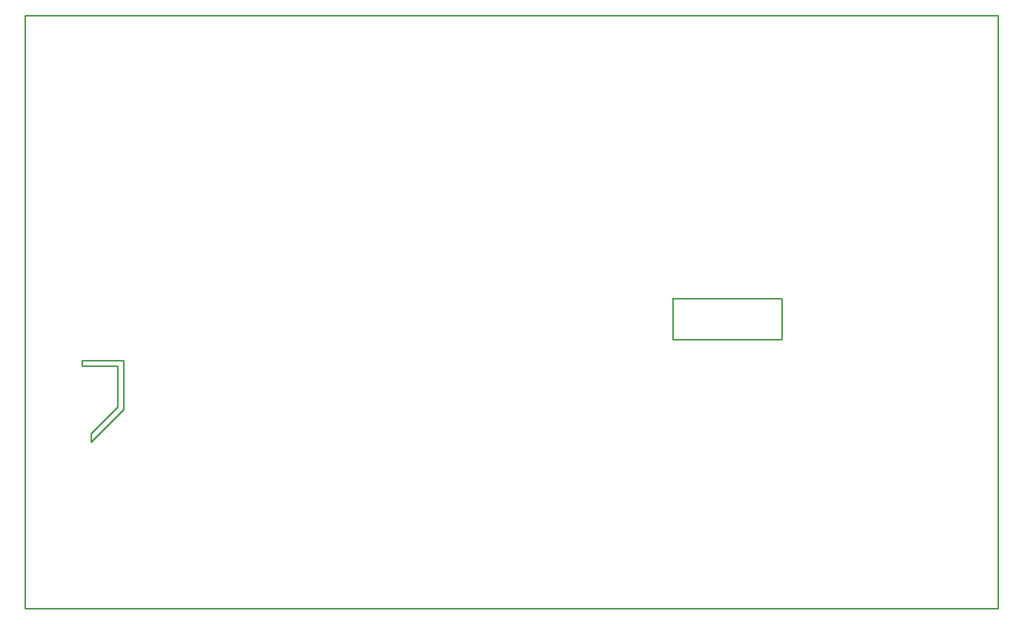
<source format=gko>
G04 Layer_Color=16711935*
%FSTAX24Y24*%
%MOIN*%
G70*
G01*
G75*
%ADD40C,0.0100*%
D40*
X256057Y14813D02*
Y18765D01*
X191223Y14813D02*
X256057D01*
X191223D02*
Y18765D01*
X256057D01*
X195603Y159206D02*
Y159796D01*
X197373Y161566D01*
X195603Y159206D02*
X197773Y161376D01*
X197773Y164646D02*
X197773Y161376D01*
X19502Y164646D02*
X197773D01*
X19502Y164286D02*
X197373D01*
X197373Y161566D01*
X19502Y164646D02*
X19502Y164286D01*
X23436Y16879D02*
X24161D01*
X24164Y16876D01*
Y16609D02*
Y16876D01*
X24161Y16606D02*
X24164Y16609D01*
X23437Y16606D02*
X24161D01*
X23437D02*
Y16878D01*
X23436Y16879D02*
X23437Y16878D01*
M02*

</source>
